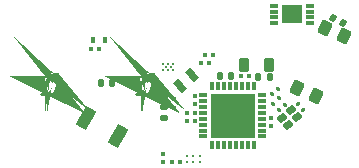
<source format=gbr>
%TF.GenerationSoftware,KiCad,Pcbnew,9.0.5*%
%TF.CreationDate,2025-10-30T22:03:55+01:00*%
%TF.ProjectId,36mm PCB,33366d6d-2050-4434-922e-6b696361645f,rev?*%
%TF.SameCoordinates,Original*%
%TF.FileFunction,Paste,Top*%
%TF.FilePolarity,Positive*%
%FSLAX46Y46*%
G04 Gerber Fmt 4.6, Leading zero omitted, Abs format (unit mm)*
G04 Created by KiCad (PCBNEW 9.0.5) date 2025-10-30 22:03:55*
%MOMM*%
%LPD*%
G01*
G04 APERTURE LIST*
G04 Aperture macros list*
%AMRoundRect*
0 Rectangle with rounded corners*
0 $1 Rounding radius*
0 $2 $3 $4 $5 $6 $7 $8 $9 X,Y pos of 4 corners*
0 Add a 4 corners polygon primitive as box body*
4,1,4,$2,$3,$4,$5,$6,$7,$8,$9,$2,$3,0*
0 Add four circle primitives for the rounded corners*
1,1,$1+$1,$2,$3*
1,1,$1+$1,$4,$5*
1,1,$1+$1,$6,$7*
1,1,$1+$1,$8,$9*
0 Add four rect primitives between the rounded corners*
20,1,$1+$1,$2,$3,$4,$5,0*
20,1,$1+$1,$4,$5,$6,$7,0*
20,1,$1+$1,$6,$7,$8,$9,0*
20,1,$1+$1,$8,$9,$2,$3,0*%
%AMRotRect*
0 Rectangle, with rotation*
0 The origin of the aperture is its center*
0 $1 length*
0 $2 width*
0 $3 Rotation angle, in degrees counterclockwise*
0 Add horizontal line*
21,1,$1,$2,0,0,$3*%
%AMFreePoly0*
4,1,59,0.028499,0.147118,0.029264,0.147118,0.083336,0.124720,0.086045,0.122010,0.089073,0.120690,0.099600,0.108455,0.124720,0.083336,0.127970,0.075489,0.132617,0.070090,0.137032,0.053612,0.147118,0.029264,0.147118,0.015972,0.149895,0.005609,0.147118,-0.009067,0.147118,-0.029264,0.140082,-0.046248,0.137484,-0.059984,0.130440,-0.069525,0.124720,-0.083336,0.107652,-0.100403,
0.097843,-0.113696,0.090457,-0.117598,0.083336,-0.124720,0.053958,-0.136888,0.038823,-0.144889,-0.034562,-0.164553,-0.168307,-0.236668,-0.281816,-0.337682,-0.368970,-0.462151,-0.425070,-0.603363,-0.447092,-0.753706,-0.433849,-0.905077,-0.386055,-1.049313,-0.306285,-1.178638,-0.252564,-1.232360,-0.217047,-1.288884,-0.209573,-1.355221,-0.231621,-1.418231,-0.278825,-1.465435,-0.341835,-1.487484,
-0.408172,-1.480009,-0.464697,-1.444492,-0.579686,-1.305223,-0.666241,-1.146708,-0.721234,-0.974678,-0.742675,-0.795349,-0.729791,-0.615202,-0.683046,-0.440750,-0.604131,-0.278297,-0.495898,-0.133714,-0.362258,-0.012227,-0.208042,0.081772,-0.038823,0.144888,-0.038823,0.144889,-0.034232,0.145059,-0.029264,0.147118,0.020751,0.147118,0.027887,0.147385,0.028499,0.147118,0.028499,0.147118,
$1*%
%AMFreePoly1*
4,1,68,-0.020751,0.147118,0.029264,0.147118,0.034232,0.145059,0.038823,0.144889,0.213119,0.079288,0.371268,-0.019055,0.507193,-0.146362,0.615668,-0.297741,0.692529,-0.467373,0.734818,-0.648741,0.740911,-0.834874,0.710576,-1.018619,0.644974,-1.192915,0.546631,-1.351064,0.419324,-1.486989,0.267945,-1.595465,0.098313,-1.672325,-0.083055,-1.714614,-0.269188,-1.720707,-0.452933,-1.690371,
-0.511953,-1.659178,-0.551593,-1.605466,-0.564005,-1.539873,-0.546726,-1.475392,-0.503183,-1.424793,-0.441997,-1.398097,-0.375288,-1.400593,-0.304545,-1.419548,-0.158173,-1.425025,-0.014252,-1.397794,0.120002,-1.339219,0.237855,-1.252240,0.333399,-1.141216,0.401842,-1.011715,0.439752,-0.870231,0.445229,-0.723859,0.417998,-0.579938,0.359423,-0.445684,0.272444,-0.327831,0.161420,-0.232286,
0.031919,-0.163845,-0.038823,-0.144889,-0.053958,-0.136888,-0.083336,-0.124720,-0.090457,-0.117598,-0.097843,-0.113696,-0.107652,-0.100403,-0.124720,-0.083336,-0.130440,-0.069525,-0.137484,-0.059984,-0.140082,-0.046248,-0.147118,-0.029264,-0.147118,-0.009067,-0.149895,0.005609,-0.147118,0.015972,-0.147118,0.029264,-0.137032,0.053612,-0.132617,0.070090,-0.127970,0.075489,-0.124720,0.083336,
-0.099600,0.108455,-0.089073,0.120690,-0.086045,0.122010,-0.083336,0.124720,-0.029264,0.147118,-0.028499,0.147118,-0.027887,0.147385,-0.020751,0.147118,-0.020751,0.147118,$1*%
G04 Aperture macros list end*
%ADD10RoundRect,0.140000X-0.140000X-0.170000X0.140000X-0.170000X0.140000X0.170000X-0.140000X0.170000X0*%
%ADD11FreePoly0,210.000000*%
%ADD12FreePoly1,210.000000*%
%ADD13RoundRect,0.079500X0.005935X-0.128005X0.125933X-0.023692X-0.005935X0.128005X-0.125933X0.023692X0*%
%ADD14RoundRect,0.079500X0.079500X0.100500X-0.079500X0.100500X-0.079500X-0.100500X0.079500X-0.100500X0*%
%ADD15RoundRect,0.079500X-0.100500X0.079500X-0.100500X-0.079500X0.100500X-0.079500X0.100500X0.079500X0*%
%ADD16RoundRect,0.200000X-0.102845X0.489309X-0.440940X-0.235738X0.102845X-0.489309X0.440940X0.235738X0*%
%ADD17RoundRect,0.079500X-0.005935X0.128005X-0.125933X0.023692X0.005935X-0.128005X0.125933X-0.023692X0*%
%ADD18R,0.450000X0.600000*%
%ADD19RoundRect,0.140000X-0.198728X-0.094906X0.055038X-0.213239X0.198728X0.094906X-0.055038X0.213239X0*%
%ADD20C,0.320000*%
%ADD21RoundRect,0.218750X0.218750X0.381250X-0.218750X0.381250X-0.218750X-0.381250X0.218750X-0.381250X0*%
%ADD22RoundRect,0.140000X0.140000X0.170000X-0.140000X0.170000X-0.140000X-0.170000X0.140000X-0.170000X0*%
%ADD23RotRect,1.000000X1.800000X150.000000*%
%ADD24RoundRect,0.079500X0.100500X-0.079500X0.100500X0.079500X-0.100500X0.079500X-0.100500X-0.079500X0*%
%ADD25R,0.800000X0.300000*%
%ADD26R,1.750000X1.550000*%
%ADD27RoundRect,0.147500X-0.147500X-0.172500X0.147500X-0.172500X0.147500X0.172500X-0.147500X0.172500X0*%
%ADD28RotRect,0.600000X1.100000X223.000000*%
%ADD29RoundRect,0.140000X0.170000X-0.140000X0.170000X0.140000X-0.170000X0.140000X-0.170000X-0.140000X0*%
%ADD30R,0.300000X0.800000*%
%ADD31R,3.800000X3.800000*%
%ADD32C,0.200000*%
%ADD33RoundRect,0.090000X0.077320X0.345466X-0.352865X-0.028488X-0.077320X-0.345466X0.352865X0.028488X0*%
%ADD34RoundRect,0.079500X-0.079500X-0.100500X0.079500X-0.100500X0.079500X0.100500X-0.079500X0.100500X0*%
%ADD35RoundRect,0.079500X-0.128005X-0.005935X-0.023692X-0.125933X0.128005X0.005935X0.023692X0.125933X0*%
G04 APERTURE END LIST*
D10*
%TO.C,C18*%
X147670000Y-101360000D03*
X146710000Y-101360000D03*
%TD*%
D11*
%TO.C,L2*%
X142495685Y-100565686D03*
D12*
X142137056Y-100772741D03*
%TD*%
D11*
%TO.C,L3*%
X150565685Y-100565686D03*
D12*
X150207056Y-100772741D03*
%TD*%
D13*
%TO.C,C7*%
X161759625Y-103686340D03*
X162280375Y-103233660D03*
%TD*%
D14*
%TO.C,C33*%
X159225000Y-100780000D03*
X158535000Y-100780000D03*
%TD*%
D15*
%TO.C,R25*%
X161120000Y-104345000D03*
X161120000Y-105035000D03*
%TD*%
D16*
%TO.C,SW5*%
X164877030Y-102496886D03*
X163336308Y-101778435D03*
X167243692Y-97421565D03*
X165702970Y-96703114D03*
%TD*%
D17*
%TO.C,R26*%
X161820375Y-102703660D03*
X161299625Y-103156340D03*
%TD*%
D14*
%TO.C,R2*%
X156185000Y-98980000D03*
X155495000Y-98980000D03*
%TD*%
D18*
%TO.C,LED1*%
X146030000Y-97780000D03*
X147030000Y-97780000D03*
%TD*%
D19*
%TO.C,C15*%
X166354972Y-95867143D03*
X167225028Y-96272857D03*
%TD*%
D20*
%TO.C,IC4*%
X153953000Y-108052500D03*
X154530000Y-108052500D03*
X155107000Y-108052500D03*
X153953000Y-107552500D03*
X154530000Y-107552500D03*
X155107000Y-107552500D03*
%TD*%
D21*
%TO.C,L4*%
X160902500Y-99830000D03*
X158777500Y-99830000D03*
%TD*%
D22*
%TO.C,C34*%
X157750000Y-100840000D03*
X156790000Y-100840000D03*
%TD*%
D23*
%TO.C,ANT1*%
X148122339Y-105905000D03*
X145437661Y-104355000D03*
%TD*%
D24*
%TO.C,C32*%
X151979999Y-108065000D03*
X151980001Y-107375000D03*
%TD*%
%TO.C,C28*%
X154680000Y-104585000D03*
X154680000Y-103895000D03*
%TD*%
D15*
%TO.C,R1*%
X152880000Y-102785000D03*
X152880000Y-103475000D03*
%TD*%
D14*
%TO.C,R6*%
X146575000Y-98530000D03*
X145885000Y-98530000D03*
%TD*%
D25*
%TO.C,IC5*%
X164390000Y-96340000D03*
X164390000Y-95840000D03*
X164390000Y-95339999D03*
X164390001Y-94840000D03*
X161390000Y-94840000D03*
X161390000Y-95340000D03*
X161390000Y-95840001D03*
X161389999Y-96340000D03*
D26*
X162890000Y-95590000D03*
%TD*%
D27*
%TO.C,L1*%
X160025000Y-100900000D03*
X160995000Y-100900000D03*
%TD*%
D28*
%TO.C,Y1*%
X154431948Y-100682602D03*
X153408052Y-101637398D03*
%TD*%
D29*
%TO.C,C25*%
X152070000Y-104380000D03*
X152070000Y-103420000D03*
%TD*%
D24*
%TO.C,R20*%
X153980000Y-104585000D03*
X153980000Y-103895000D03*
%TD*%
D25*
%TO.C,D1*%
X155385000Y-102420000D03*
X155385000Y-102920000D03*
X155385000Y-103420000D03*
X155385000Y-103920000D03*
X155385000Y-104420000D03*
X155385000Y-104920000D03*
X155385000Y-105420000D03*
X155385000Y-105920000D03*
D30*
X156135000Y-106670000D03*
X156635000Y-106670000D03*
X157135000Y-106670000D03*
X157635000Y-106670000D03*
X158135000Y-106670000D03*
X158635000Y-106670000D03*
X159135000Y-106670000D03*
X159635000Y-106670000D03*
D25*
X160385000Y-105920000D03*
X160385000Y-105420000D03*
X160385000Y-104920000D03*
X160385000Y-104420000D03*
X160385000Y-103920000D03*
X160385000Y-103420000D03*
X160385000Y-102920000D03*
X160385000Y-102420000D03*
D30*
X159635000Y-101670000D03*
X159135000Y-101670000D03*
X158635000Y-101670000D03*
X158135000Y-101670000D03*
X157635000Y-101670000D03*
X157135000Y-101670000D03*
X156635000Y-101670000D03*
X156135000Y-101670000D03*
D31*
X157885000Y-104170000D03*
%TD*%
D32*
%TO.C,IC1*%
X152830000Y-99760000D03*
X152400000Y-99760000D03*
X151970000Y-99760000D03*
X152625000Y-100040000D03*
X152175000Y-100040000D03*
X152830000Y-100320000D03*
X152400000Y-100320000D03*
X151970000Y-100320000D03*
%TD*%
D17*
%TO.C,R24*%
X161700375Y-101873658D03*
X161179625Y-102326342D03*
%TD*%
D15*
%TO.C,R19*%
X154680000Y-102485000D03*
X154680000Y-103175000D03*
%TD*%
D33*
%TO.C,Y3*%
X163318646Y-104297453D03*
X162793798Y-103693685D03*
X162001354Y-104382547D03*
X162526202Y-104986315D03*
%TD*%
D34*
%TO.C,R30*%
X155165000Y-99680000D03*
X155855000Y-99680000D03*
%TD*%
D35*
%TO.C,C8*%
X163363660Y-103159625D03*
X163816340Y-103680375D03*
%TD*%
D14*
%TO.C,R7*%
X153374999Y-108070000D03*
X152685001Y-108070000D03*
%TD*%
M02*

</source>
